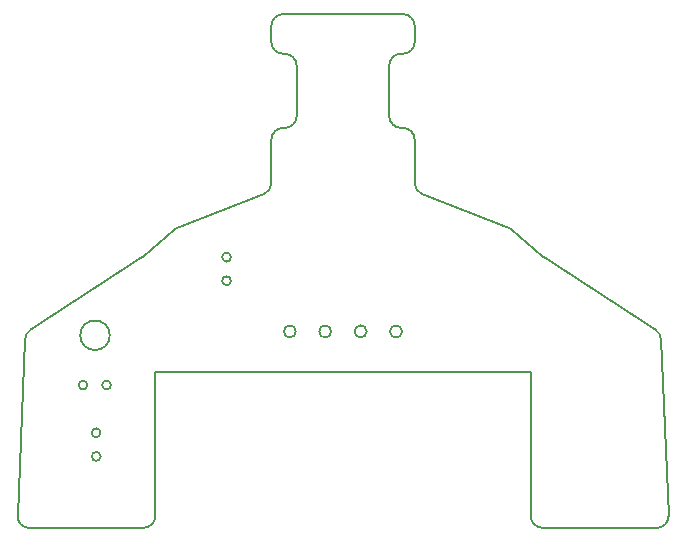
<source format=gbr>
%TF.GenerationSoftware,KiCad,Pcbnew,(6.0.0)*%
%TF.CreationDate,2023-10-09T13:50:17-07:00*%
%TF.ProjectId,minisb_bowden,6d696e69-7362-45f6-926f-7764656e2e6b,rev?*%
%TF.SameCoordinates,Original*%
%TF.FileFunction,Profile,NP*%
%FSLAX46Y46*%
G04 Gerber Fmt 4.6, Leading zero omitted, Abs format (unit mm)*
G04 Created by KiCad (PCBNEW (6.0.0)) date 2023-10-09 13:50:17*
%MOMM*%
%LPD*%
G01*
G04 APERTURE LIST*
%TA.AperFunction,Profile*%
%ADD10C,0.200000*%
%TD*%
G04 APERTURE END LIST*
D10*
X116364999Y-86710002D02*
G75*
G03*
X116364999Y-86710002I-375000J0D01*
G01*
X116364999Y-88710002D02*
G75*
G03*
X116364999Y-88710002I-375000J0D01*
G01*
X106099998Y-93325217D02*
G75*
G03*
X106099998Y-93325217I-1250000J0D01*
G01*
X121852499Y-93000002D02*
G75*
G03*
X121852499Y-93000002I-510000J0D01*
G01*
X124852499Y-93000002D02*
G75*
G03*
X124852499Y-93000002I-510000J0D01*
G01*
X127852499Y-93000002D02*
G75*
G03*
X127852499Y-93000002I-510000J0D01*
G01*
X130852499Y-93000002D02*
G75*
G03*
X130852499Y-93000002I-510000J0D01*
G01*
X104204999Y-97540002D02*
G75*
G03*
X104204999Y-97540002I-375000J0D01*
G01*
X106204999Y-97540002D02*
G75*
G03*
X106204999Y-97540002I-375000J0D01*
G01*
X105324999Y-101580002D02*
G75*
G03*
X105324999Y-101580002I-375000J0D01*
G01*
X105324999Y-103580002D02*
G75*
G03*
X105324999Y-103580002I-375000J0D01*
G01*
X99290681Y-109633158D02*
X108949989Y-109633152D01*
X108949989Y-109633152D02*
G75*
G03*
X109949998Y-108633158I15J999994D01*
G01*
X109949998Y-108633158D02*
X109949998Y-96426846D01*
X109949998Y-96426846D02*
X141749998Y-96426846D01*
X141749998Y-96426846D02*
X141749989Y-108633152D01*
X141749989Y-108633152D02*
G75*
G03*
X142749998Y-109633158I1000011J5D01*
G01*
X142749998Y-109633158D02*
X152409322Y-109633146D01*
X152409322Y-109633147D02*
G75*
G03*
X153408416Y-108590622I-2J1000001D01*
G01*
X153408416Y-108590622D02*
X152773456Y-93672504D01*
X152773456Y-93672504D02*
G75*
G03*
X152319112Y-92876432I-999098J-42527D01*
G01*
X152319112Y-92876432D02*
X142845509Y-86722392D01*
X142729561Y-86634445D02*
G75*
G03*
X142845509Y-86722392I661612J751854D01*
G01*
X142729561Y-86634445D02*
X140199650Y-84407652D01*
X140199650Y-84407652D02*
G75*
G03*
X139900859Y-84226087I-660589J-750459D01*
G01*
X139900859Y-84226087D02*
X132555949Y-81374562D01*
X131917868Y-80442359D02*
G75*
G03*
X132555949Y-81374562I999999J6D01*
G01*
X131917868Y-80442359D02*
X131917869Y-76764322D01*
X131917869Y-76764322D02*
G75*
G03*
X130917872Y-75764330I-1000008J-16D01*
G01*
X130917872Y-75764330D02*
X130758899Y-75764322D01*
X129758899Y-74764330D02*
G75*
G03*
X130758899Y-75764322I999989J-3D01*
G01*
X129758899Y-74764330D02*
X129758899Y-70489362D01*
X130758899Y-69489362D02*
G75*
G03*
X129758899Y-70489362I-9J-999991D01*
G01*
X130758899Y-69489362D02*
X130917869Y-69489362D01*
X130917869Y-69489362D02*
G75*
G03*
X131917872Y-68489362I-8J1000011D01*
G01*
X131917872Y-68489362D02*
X131917869Y-67126842D01*
X131917869Y-67126842D02*
G75*
G03*
X130917872Y-66126846I-999989J7D01*
G01*
X130917872Y-66126846D02*
X120782119Y-66126842D01*
X120782119Y-66126842D02*
G75*
G03*
X119782125Y-67126846I14J-1000008D01*
G01*
X119782125Y-67126846D02*
X119782119Y-68489362D01*
X119782119Y-68489362D02*
G75*
G03*
X120782125Y-69489362I1000018J18D01*
G01*
X120782125Y-69489362D02*
X120919449Y-69489362D01*
X121919449Y-70489362D02*
G75*
G03*
X120919449Y-69489362I-1000011J-11D01*
G01*
X121919449Y-70489362D02*
X121919449Y-74764322D01*
X120919449Y-75764322D02*
G75*
G03*
X121919449Y-74764322I-9J1000009D01*
G01*
X120919449Y-75764322D02*
X120782119Y-75764322D01*
X120782119Y-75764322D02*
G75*
G03*
X119782125Y-76764330I24J-1000018D01*
G01*
X119782125Y-76764330D02*
X119782119Y-80442352D01*
X119144036Y-81374563D02*
G75*
G03*
X119782119Y-80442352I-361918J932211D01*
G01*
X119144036Y-81374563D02*
X111799129Y-84226084D01*
X111799129Y-84226084D02*
G75*
G03*
X111500346Y-84407654I361824J-932017D01*
G01*
X111500346Y-84407654D02*
X108970429Y-86634442D01*
X108854479Y-86722392D02*
G75*
G03*
X108970429Y-86634442I-545607J839715D01*
G01*
X108854479Y-86722392D02*
X99380890Y-92876418D01*
X99380890Y-92876418D02*
G75*
G03*
X98926546Y-93672491I544754J-838599D01*
G01*
X98926546Y-93672491D02*
X98291585Y-108590634D01*
X98291585Y-108590634D02*
G75*
G03*
X99290681Y-109633158I999094J-42525D01*
G01*
M02*

</source>
